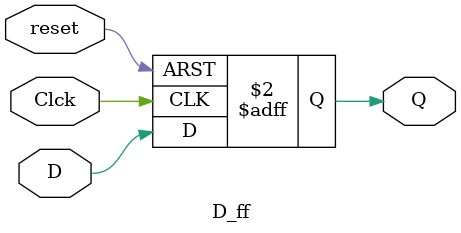
<source format=v>
module D_ff ( D , Q , Clck , reset );
input D , Clck , reset ;
output reg Q ;
always @(posedge Clck or posedge reset) begin
    if( reset ) begin
        Q <= 0 ;
    end
    else begin
        Q <= D ;
end
    
end
    
endmodule
</source>
